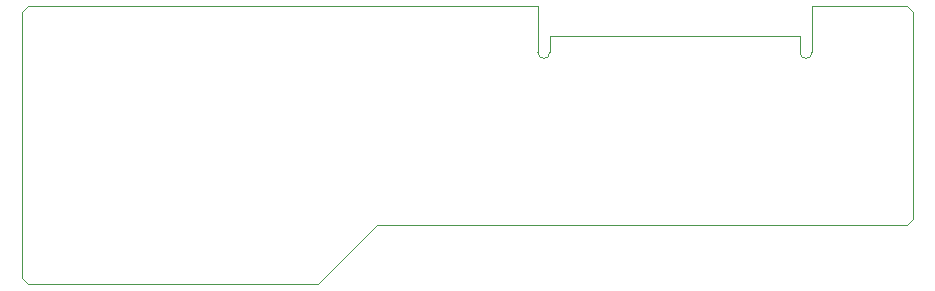
<source format=gko>
G04 #@! TF.FileFunction,Other,ECO2*
%FSLAX46Y46*%
G04 Gerber Fmt 4.6, Leading zero omitted, Abs format (unit mm)*
G04 Created by KiCad (PCBNEW 4.0.7) date Wednesday, December 20, 2017 'AMt' 12:53:12 AM*
%MOMM*%
%LPD*%
G01*
G04 APERTURE LIST*
%ADD10C,0.100000*%
%ADD11C,0.010000*%
G04 APERTURE END LIST*
D10*
D11*
X0Y500000D02*
X0Y23000000D01*
X500000Y0D02*
X0Y500000D01*
X25000000Y0D02*
X500000Y0D01*
X30000000Y5000000D02*
X25000000Y0D01*
X74900000Y5000000D02*
X30000000Y5000000D01*
X75400000Y5500000D02*
X74900000Y5000000D01*
X75400000Y23000000D02*
X75400000Y5500000D01*
X74900000Y23500000D02*
X75400000Y23000000D01*
X66850000Y19600000D02*
X66850000Y23500000D01*
X65850000Y19600000D02*
G75*
G03X66850000Y19600000I500000J0D01*
G01*
X65850000Y21000000D02*
X65850000Y19600000D01*
X44650000Y21000000D02*
X65850000Y21000000D01*
X44650000Y19600000D02*
X44650000Y21000000D01*
X43650000Y19600000D02*
G75*
G03X44650000Y19600000I500000J0D01*
G01*
X43650000Y23500000D02*
X43650000Y19600000D01*
X500000Y23500000D02*
X43650000Y23500000D01*
X0Y23000000D02*
X500000Y23500000D01*
X66850000Y23500000D02*
X74900000Y23500000D01*
M02*

</source>
